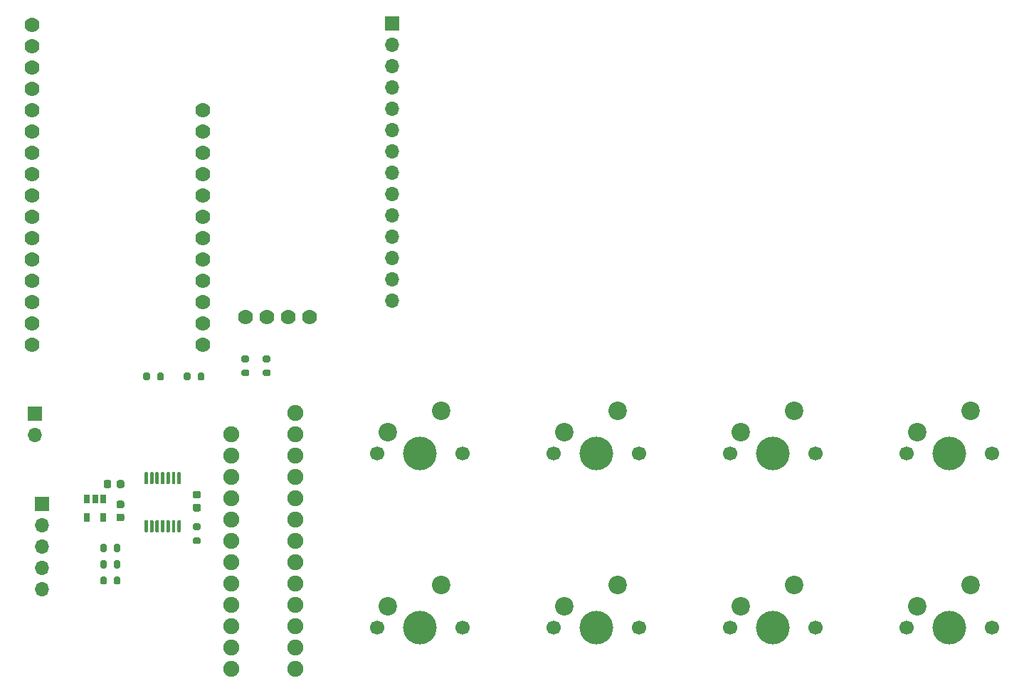
<source format=gbr>
%TF.GenerationSoftware,KiCad,Pcbnew,(5.1.9)-1*%
%TF.CreationDate,2021-03-23T20:34:14-07:00*%
%TF.ProjectId,Keyboard Proto,4b657962-6f61-4726-9420-50726f746f2e,rev?*%
%TF.SameCoordinates,Original*%
%TF.FileFunction,Soldermask,Top*%
%TF.FilePolarity,Negative*%
%FSLAX46Y46*%
G04 Gerber Fmt 4.6, Leading zero omitted, Abs format (unit mm)*
G04 Created by KiCad (PCBNEW (5.1.9)-1) date 2021-03-23 20:34:14*
%MOMM*%
%LPD*%
G01*
G04 APERTURE LIST*
%ADD10C,1.900000*%
%ADD11C,2.200000*%
%ADD12C,4.000000*%
%ADD13C,1.700000*%
%ADD14R,1.700000X1.700000*%
%ADD15O,1.700000X1.700000*%
%ADD16R,0.650000X1.060000*%
%ADD17C,1.778000*%
G04 APERTURE END LIST*
D10*
%TO.C,U4*%
X127190500Y-136144000D03*
X127190500Y-133604000D03*
X127190500Y-131064000D03*
X127190500Y-128524000D03*
X127190500Y-125984000D03*
X127190500Y-123444000D03*
X127190500Y-120904000D03*
X127190500Y-118364000D03*
X127190500Y-115824000D03*
X127190500Y-113284000D03*
X127190500Y-110744000D03*
X127190500Y-108204000D03*
X127190500Y-105664000D03*
X119570500Y-136144000D03*
X119570500Y-133604000D03*
X119570500Y-131064000D03*
X119570500Y-128524000D03*
X119570500Y-125984000D03*
X119570500Y-123444000D03*
X119570500Y-120904000D03*
X119570500Y-118364000D03*
X119570500Y-115824000D03*
X119570500Y-113284000D03*
X119570500Y-110744000D03*
X119570500Y-108204000D03*
%TD*%
%TO.C,R6*%
G36*
G01*
X106444500Y-123454750D02*
X106444500Y-124004750D01*
G75*
G02*
X106244500Y-124204750I-200000J0D01*
G01*
X105844500Y-124204750D01*
G75*
G02*
X105644500Y-124004750I0J200000D01*
G01*
X105644500Y-123454750D01*
G75*
G02*
X105844500Y-123254750I200000J0D01*
G01*
X106244500Y-123254750D01*
G75*
G02*
X106444500Y-123454750I0J-200000D01*
G01*
G37*
G36*
G01*
X104794500Y-123454750D02*
X104794500Y-124004750D01*
G75*
G02*
X104594500Y-124204750I-200000J0D01*
G01*
X104194500Y-124204750D01*
G75*
G02*
X103994500Y-124004750I0J200000D01*
G01*
X103994500Y-123454750D01*
G75*
G02*
X104194500Y-123254750I200000J0D01*
G01*
X104594500Y-123254750D01*
G75*
G02*
X104794500Y-123454750I0J-200000D01*
G01*
G37*
%TD*%
D11*
%TO.C,Q1*%
X165608000Y-105486200D03*
X159258000Y-108026200D03*
D12*
X163068000Y-110566200D03*
D13*
X157988000Y-110566200D03*
X168148000Y-110566200D03*
%TD*%
%TO.C,R7*%
G36*
G01*
X121010000Y-98851000D02*
X121560000Y-98851000D01*
G75*
G02*
X121760000Y-99051000I0J-200000D01*
G01*
X121760000Y-99451000D01*
G75*
G02*
X121560000Y-99651000I-200000J0D01*
G01*
X121010000Y-99651000D01*
G75*
G02*
X120810000Y-99451000I0J200000D01*
G01*
X120810000Y-99051000D01*
G75*
G02*
X121010000Y-98851000I200000J0D01*
G01*
G37*
G36*
G01*
X121010000Y-100501000D02*
X121560000Y-100501000D01*
G75*
G02*
X121760000Y-100701000I0J-200000D01*
G01*
X121760000Y-101101000D01*
G75*
G02*
X121560000Y-101301000I-200000J0D01*
G01*
X121010000Y-101301000D01*
G75*
G02*
X120810000Y-101101000I0J200000D01*
G01*
X120810000Y-100701000D01*
G75*
G02*
X121010000Y-100501000I200000J0D01*
G01*
G37*
%TD*%
%TO.C,R8*%
G36*
G01*
X123550000Y-100501000D02*
X124100000Y-100501000D01*
G75*
G02*
X124300000Y-100701000I0J-200000D01*
G01*
X124300000Y-101101000D01*
G75*
G02*
X124100000Y-101301000I-200000J0D01*
G01*
X123550000Y-101301000D01*
G75*
G02*
X123350000Y-101101000I0J200000D01*
G01*
X123350000Y-100701000D01*
G75*
G02*
X123550000Y-100501000I200000J0D01*
G01*
G37*
G36*
G01*
X123550000Y-98851000D02*
X124100000Y-98851000D01*
G75*
G02*
X124300000Y-99051000I0J-200000D01*
G01*
X124300000Y-99451000D01*
G75*
G02*
X124100000Y-99651000I-200000J0D01*
G01*
X123550000Y-99651000D01*
G75*
G02*
X123350000Y-99451000I0J200000D01*
G01*
X123350000Y-99051000D01*
G75*
G02*
X123550000Y-98851000I200000J0D01*
G01*
G37*
%TD*%
%TO.C,A1*%
X168148000Y-131292600D03*
X157988000Y-131292600D03*
D12*
X163068000Y-131292600D03*
D11*
X159258000Y-128752600D03*
X165608000Y-126212600D03*
%TD*%
D13*
%TO.C,D1*%
X210159600Y-131292600D03*
X199999600Y-131292600D03*
D12*
X205079600Y-131292600D03*
D11*
X201269600Y-128752600D03*
X207619600Y-126212600D03*
%TD*%
%TO.C,Shift1*%
X144602200Y-105486200D03*
X138252200Y-108026200D03*
D12*
X142062200Y-110566200D03*
D13*
X136982200Y-110566200D03*
X147142200Y-110566200D03*
%TD*%
%TO.C,Ctrl1*%
X147142200Y-131292600D03*
X136982200Y-131292600D03*
D12*
X142062200Y-131292600D03*
D11*
X138252200Y-128752600D03*
X144602200Y-126212600D03*
%TD*%
%TO.C,S1*%
X186613800Y-126212600D03*
X180263800Y-128752600D03*
D12*
X184073800Y-131292600D03*
D13*
X178993800Y-131292600D03*
X189153800Y-131292600D03*
%TD*%
D11*
%TO.C,E1*%
X207619600Y-105486200D03*
X201269600Y-108026200D03*
D12*
X205079600Y-110566200D03*
D13*
X199999600Y-110566200D03*
X210159600Y-110566200D03*
%TD*%
%TO.C,W1*%
X189153800Y-110566200D03*
X178993800Y-110566200D03*
D12*
X184073800Y-110566200D03*
D11*
X180263800Y-108026200D03*
X186613800Y-105486200D03*
%TD*%
D14*
%TO.C,J1*%
X138734800Y-59283600D03*
D15*
X138734800Y-61823600D03*
X138734800Y-64363600D03*
X138734800Y-66903600D03*
X138734800Y-69443600D03*
X138734800Y-71983600D03*
X138734800Y-74523600D03*
X138734800Y-77063600D03*
X138734800Y-79603600D03*
X138734800Y-82143600D03*
X138734800Y-84683600D03*
X138734800Y-87223600D03*
X138734800Y-89763600D03*
X138734800Y-92303600D03*
%TD*%
%TO.C,C1*%
G36*
G01*
X104439000Y-114423000D02*
X104439000Y-113923000D01*
G75*
G02*
X104664000Y-113698000I225000J0D01*
G01*
X105114000Y-113698000D01*
G75*
G02*
X105339000Y-113923000I0J-225000D01*
G01*
X105339000Y-114423000D01*
G75*
G02*
X105114000Y-114648000I-225000J0D01*
G01*
X104664000Y-114648000D01*
G75*
G02*
X104439000Y-114423000I0J225000D01*
G01*
G37*
G36*
G01*
X105989000Y-114423000D02*
X105989000Y-113923000D01*
G75*
G02*
X106214000Y-113698000I225000J0D01*
G01*
X106664000Y-113698000D01*
G75*
G02*
X106889000Y-113923000I0J-225000D01*
G01*
X106889000Y-114423000D01*
G75*
G02*
X106664000Y-114648000I-225000J0D01*
G01*
X106214000Y-114648000D01*
G75*
G02*
X105989000Y-114423000I0J225000D01*
G01*
G37*
%TD*%
%TO.C,C2*%
G36*
G01*
X106663300Y-117048400D02*
X106163300Y-117048400D01*
G75*
G02*
X105938300Y-116823400I0J225000D01*
G01*
X105938300Y-116373400D01*
G75*
G02*
X106163300Y-116148400I225000J0D01*
G01*
X106663300Y-116148400D01*
G75*
G02*
X106888300Y-116373400I0J-225000D01*
G01*
X106888300Y-116823400D01*
G75*
G02*
X106663300Y-117048400I-225000J0D01*
G01*
G37*
G36*
G01*
X106663300Y-118598400D02*
X106163300Y-118598400D01*
G75*
G02*
X105938300Y-118373400I0J225000D01*
G01*
X105938300Y-117923400D01*
G75*
G02*
X106163300Y-117698400I225000J0D01*
G01*
X106663300Y-117698400D01*
G75*
G02*
X106888300Y-117923400I0J-225000D01*
G01*
X106888300Y-118373400D01*
G75*
G02*
X106663300Y-118598400I-225000J0D01*
G01*
G37*
%TD*%
%TO.C,R1*%
G36*
G01*
X104794500Y-125391500D02*
X104794500Y-125941500D01*
G75*
G02*
X104594500Y-126141500I-200000J0D01*
G01*
X104194500Y-126141500D01*
G75*
G02*
X103994500Y-125941500I0J200000D01*
G01*
X103994500Y-125391500D01*
G75*
G02*
X104194500Y-125191500I200000J0D01*
G01*
X104594500Y-125191500D01*
G75*
G02*
X104794500Y-125391500I0J-200000D01*
G01*
G37*
G36*
G01*
X106444500Y-125391500D02*
X106444500Y-125941500D01*
G75*
G02*
X106244500Y-126141500I-200000J0D01*
G01*
X105844500Y-126141500D01*
G75*
G02*
X105644500Y-125941500I0J200000D01*
G01*
X105644500Y-125391500D01*
G75*
G02*
X105844500Y-125191500I200000J0D01*
G01*
X106244500Y-125191500D01*
G75*
G02*
X106444500Y-125391500I0J-200000D01*
G01*
G37*
%TD*%
%TO.C,R2*%
G36*
G01*
X109138000Y-101621000D02*
X109138000Y-101071000D01*
G75*
G02*
X109338000Y-100871000I200000J0D01*
G01*
X109738000Y-100871000D01*
G75*
G02*
X109938000Y-101071000I0J-200000D01*
G01*
X109938000Y-101621000D01*
G75*
G02*
X109738000Y-101821000I-200000J0D01*
G01*
X109338000Y-101821000D01*
G75*
G02*
X109138000Y-101621000I0J200000D01*
G01*
G37*
G36*
G01*
X110788000Y-101621000D02*
X110788000Y-101071000D01*
G75*
G02*
X110988000Y-100871000I200000J0D01*
G01*
X111388000Y-100871000D01*
G75*
G02*
X111588000Y-101071000I0J-200000D01*
G01*
X111588000Y-101621000D01*
G75*
G02*
X111388000Y-101821000I-200000J0D01*
G01*
X110988000Y-101821000D01*
G75*
G02*
X110788000Y-101621000I0J200000D01*
G01*
G37*
%TD*%
%TO.C,R3*%
G36*
G01*
X115781500Y-121303500D02*
X115231500Y-121303500D01*
G75*
G02*
X115031500Y-121103500I0J200000D01*
G01*
X115031500Y-120703500D01*
G75*
G02*
X115231500Y-120503500I200000J0D01*
G01*
X115781500Y-120503500D01*
G75*
G02*
X115981500Y-120703500I0J-200000D01*
G01*
X115981500Y-121103500D01*
G75*
G02*
X115781500Y-121303500I-200000J0D01*
G01*
G37*
G36*
G01*
X115781500Y-119653500D02*
X115231500Y-119653500D01*
G75*
G02*
X115031500Y-119453500I0J200000D01*
G01*
X115031500Y-119053500D01*
G75*
G02*
X115231500Y-118853500I200000J0D01*
G01*
X115781500Y-118853500D01*
G75*
G02*
X115981500Y-119053500I0J-200000D01*
G01*
X115981500Y-119453500D01*
G75*
G02*
X115781500Y-119653500I-200000J0D01*
G01*
G37*
%TD*%
%TO.C,R4*%
G36*
G01*
X114764000Y-101071000D02*
X114764000Y-101621000D01*
G75*
G02*
X114564000Y-101821000I-200000J0D01*
G01*
X114164000Y-101821000D01*
G75*
G02*
X113964000Y-101621000I0J200000D01*
G01*
X113964000Y-101071000D01*
G75*
G02*
X114164000Y-100871000I200000J0D01*
G01*
X114564000Y-100871000D01*
G75*
G02*
X114764000Y-101071000I0J-200000D01*
G01*
G37*
G36*
G01*
X116414000Y-101071000D02*
X116414000Y-101621000D01*
G75*
G02*
X116214000Y-101821000I-200000J0D01*
G01*
X115814000Y-101821000D01*
G75*
G02*
X115614000Y-101621000I0J200000D01*
G01*
X115614000Y-101071000D01*
G75*
G02*
X115814000Y-100871000I200000J0D01*
G01*
X116214000Y-100871000D01*
G75*
G02*
X116414000Y-101071000I0J-200000D01*
G01*
G37*
%TD*%
%TO.C,R5*%
G36*
G01*
X104794500Y-121518000D02*
X104794500Y-122068000D01*
G75*
G02*
X104594500Y-122268000I-200000J0D01*
G01*
X104194500Y-122268000D01*
G75*
G02*
X103994500Y-122068000I0J200000D01*
G01*
X103994500Y-121518000D01*
G75*
G02*
X104194500Y-121318000I200000J0D01*
G01*
X104594500Y-121318000D01*
G75*
G02*
X104794500Y-121518000I0J-200000D01*
G01*
G37*
G36*
G01*
X106444500Y-121518000D02*
X106444500Y-122068000D01*
G75*
G02*
X106244500Y-122268000I-200000J0D01*
G01*
X105844500Y-122268000D01*
G75*
G02*
X105644500Y-122068000I0J200000D01*
G01*
X105644500Y-121518000D01*
G75*
G02*
X105844500Y-121318000I200000J0D01*
G01*
X106244500Y-121318000D01*
G75*
G02*
X106444500Y-121518000I0J-200000D01*
G01*
G37*
%TD*%
%TO.C,U2*%
G36*
G01*
X109592500Y-119932000D02*
X109392500Y-119932000D01*
G75*
G02*
X109292500Y-119832000I0J100000D01*
G01*
X109292500Y-118557000D01*
G75*
G02*
X109392500Y-118457000I100000J0D01*
G01*
X109592500Y-118457000D01*
G75*
G02*
X109692500Y-118557000I0J-100000D01*
G01*
X109692500Y-119832000D01*
G75*
G02*
X109592500Y-119932000I-100000J0D01*
G01*
G37*
G36*
G01*
X110242500Y-119932000D02*
X110042500Y-119932000D01*
G75*
G02*
X109942500Y-119832000I0J100000D01*
G01*
X109942500Y-118557000D01*
G75*
G02*
X110042500Y-118457000I100000J0D01*
G01*
X110242500Y-118457000D01*
G75*
G02*
X110342500Y-118557000I0J-100000D01*
G01*
X110342500Y-119832000D01*
G75*
G02*
X110242500Y-119932000I-100000J0D01*
G01*
G37*
G36*
G01*
X110892500Y-119932000D02*
X110692500Y-119932000D01*
G75*
G02*
X110592500Y-119832000I0J100000D01*
G01*
X110592500Y-118557000D01*
G75*
G02*
X110692500Y-118457000I100000J0D01*
G01*
X110892500Y-118457000D01*
G75*
G02*
X110992500Y-118557000I0J-100000D01*
G01*
X110992500Y-119832000D01*
G75*
G02*
X110892500Y-119932000I-100000J0D01*
G01*
G37*
G36*
G01*
X111542500Y-119932000D02*
X111342500Y-119932000D01*
G75*
G02*
X111242500Y-119832000I0J100000D01*
G01*
X111242500Y-118557000D01*
G75*
G02*
X111342500Y-118457000I100000J0D01*
G01*
X111542500Y-118457000D01*
G75*
G02*
X111642500Y-118557000I0J-100000D01*
G01*
X111642500Y-119832000D01*
G75*
G02*
X111542500Y-119932000I-100000J0D01*
G01*
G37*
G36*
G01*
X112192500Y-119932000D02*
X111992500Y-119932000D01*
G75*
G02*
X111892500Y-119832000I0J100000D01*
G01*
X111892500Y-118557000D01*
G75*
G02*
X111992500Y-118457000I100000J0D01*
G01*
X112192500Y-118457000D01*
G75*
G02*
X112292500Y-118557000I0J-100000D01*
G01*
X112292500Y-119832000D01*
G75*
G02*
X112192500Y-119932000I-100000J0D01*
G01*
G37*
G36*
G01*
X112842500Y-119932000D02*
X112642500Y-119932000D01*
G75*
G02*
X112542500Y-119832000I0J100000D01*
G01*
X112542500Y-118557000D01*
G75*
G02*
X112642500Y-118457000I100000J0D01*
G01*
X112842500Y-118457000D01*
G75*
G02*
X112942500Y-118557000I0J-100000D01*
G01*
X112942500Y-119832000D01*
G75*
G02*
X112842500Y-119932000I-100000J0D01*
G01*
G37*
G36*
G01*
X113492500Y-119932000D02*
X113292500Y-119932000D01*
G75*
G02*
X113192500Y-119832000I0J100000D01*
G01*
X113192500Y-118557000D01*
G75*
G02*
X113292500Y-118457000I100000J0D01*
G01*
X113492500Y-118457000D01*
G75*
G02*
X113592500Y-118557000I0J-100000D01*
G01*
X113592500Y-119832000D01*
G75*
G02*
X113492500Y-119932000I-100000J0D01*
G01*
G37*
G36*
G01*
X113492500Y-114207000D02*
X113292500Y-114207000D01*
G75*
G02*
X113192500Y-114107000I0J100000D01*
G01*
X113192500Y-112832000D01*
G75*
G02*
X113292500Y-112732000I100000J0D01*
G01*
X113492500Y-112732000D01*
G75*
G02*
X113592500Y-112832000I0J-100000D01*
G01*
X113592500Y-114107000D01*
G75*
G02*
X113492500Y-114207000I-100000J0D01*
G01*
G37*
G36*
G01*
X112842500Y-114207000D02*
X112642500Y-114207000D01*
G75*
G02*
X112542500Y-114107000I0J100000D01*
G01*
X112542500Y-112832000D01*
G75*
G02*
X112642500Y-112732000I100000J0D01*
G01*
X112842500Y-112732000D01*
G75*
G02*
X112942500Y-112832000I0J-100000D01*
G01*
X112942500Y-114107000D01*
G75*
G02*
X112842500Y-114207000I-100000J0D01*
G01*
G37*
G36*
G01*
X112192500Y-114207000D02*
X111992500Y-114207000D01*
G75*
G02*
X111892500Y-114107000I0J100000D01*
G01*
X111892500Y-112832000D01*
G75*
G02*
X111992500Y-112732000I100000J0D01*
G01*
X112192500Y-112732000D01*
G75*
G02*
X112292500Y-112832000I0J-100000D01*
G01*
X112292500Y-114107000D01*
G75*
G02*
X112192500Y-114207000I-100000J0D01*
G01*
G37*
G36*
G01*
X111542500Y-114207000D02*
X111342500Y-114207000D01*
G75*
G02*
X111242500Y-114107000I0J100000D01*
G01*
X111242500Y-112832000D01*
G75*
G02*
X111342500Y-112732000I100000J0D01*
G01*
X111542500Y-112732000D01*
G75*
G02*
X111642500Y-112832000I0J-100000D01*
G01*
X111642500Y-114107000D01*
G75*
G02*
X111542500Y-114207000I-100000J0D01*
G01*
G37*
G36*
G01*
X110892500Y-114207000D02*
X110692500Y-114207000D01*
G75*
G02*
X110592500Y-114107000I0J100000D01*
G01*
X110592500Y-112832000D01*
G75*
G02*
X110692500Y-112732000I100000J0D01*
G01*
X110892500Y-112732000D01*
G75*
G02*
X110992500Y-112832000I0J-100000D01*
G01*
X110992500Y-114107000D01*
G75*
G02*
X110892500Y-114207000I-100000J0D01*
G01*
G37*
G36*
G01*
X110242500Y-114207000D02*
X110042500Y-114207000D01*
G75*
G02*
X109942500Y-114107000I0J100000D01*
G01*
X109942500Y-112832000D01*
G75*
G02*
X110042500Y-112732000I100000J0D01*
G01*
X110242500Y-112732000D01*
G75*
G02*
X110342500Y-112832000I0J-100000D01*
G01*
X110342500Y-114107000D01*
G75*
G02*
X110242500Y-114207000I-100000J0D01*
G01*
G37*
G36*
G01*
X109592500Y-114207000D02*
X109392500Y-114207000D01*
G75*
G02*
X109292500Y-114107000I0J100000D01*
G01*
X109292500Y-112832000D01*
G75*
G02*
X109392500Y-112732000I100000J0D01*
G01*
X109592500Y-112732000D01*
G75*
G02*
X109692500Y-112832000I0J-100000D01*
G01*
X109692500Y-114107000D01*
G75*
G02*
X109592500Y-114207000I-100000J0D01*
G01*
G37*
%TD*%
D16*
%TO.C,U3*%
X104353400Y-115943200D03*
X103403400Y-115943200D03*
X102453400Y-115943200D03*
X102453400Y-118143200D03*
X104353400Y-118143200D03*
%TD*%
D14*
%TO.C,J2*%
X96215200Y-105752900D03*
D15*
X96215200Y-108292900D03*
%TD*%
D14*
%TO.C,J3*%
X97104200Y-116535200D03*
D15*
X97104200Y-119075200D03*
X97104200Y-121615200D03*
X97104200Y-124155200D03*
X97104200Y-126695200D03*
%TD*%
D17*
%TO.C,U1*%
X121285000Y-94234000D03*
X123825000Y-94234000D03*
X126365000Y-94234000D03*
X128905000Y-94234000D03*
%TD*%
%TO.C,U5*%
X116205000Y-97536000D03*
X116205000Y-94996000D03*
X116205000Y-92456000D03*
X116205000Y-89916000D03*
X116205000Y-87376000D03*
X116205000Y-84836000D03*
X116205000Y-82296000D03*
X116205000Y-79756000D03*
X116205000Y-77216000D03*
X116205000Y-74676000D03*
X116205000Y-72136000D03*
X116205000Y-69596000D03*
X95885000Y-97536000D03*
X95885000Y-94996000D03*
X95885000Y-92456000D03*
X95885000Y-89916000D03*
X95885000Y-87376000D03*
X95885000Y-84836000D03*
X95885000Y-82296000D03*
X95885000Y-79756000D03*
X95885000Y-77216000D03*
X95885000Y-74676000D03*
X95885000Y-72136000D03*
X95885000Y-69596000D03*
X95885000Y-67056000D03*
X95885000Y-64516000D03*
X95885000Y-61976000D03*
X95885000Y-59436000D03*
%TD*%
%TO.C,C3*%
G36*
G01*
X115256500Y-114993000D02*
X115756500Y-114993000D01*
G75*
G02*
X115981500Y-115218000I0J-225000D01*
G01*
X115981500Y-115668000D01*
G75*
G02*
X115756500Y-115893000I-225000J0D01*
G01*
X115256500Y-115893000D01*
G75*
G02*
X115031500Y-115668000I0J225000D01*
G01*
X115031500Y-115218000D01*
G75*
G02*
X115256500Y-114993000I225000J0D01*
G01*
G37*
G36*
G01*
X115256500Y-116543000D02*
X115756500Y-116543000D01*
G75*
G02*
X115981500Y-116768000I0J-225000D01*
G01*
X115981500Y-117218000D01*
G75*
G02*
X115756500Y-117443000I-225000J0D01*
G01*
X115256500Y-117443000D01*
G75*
G02*
X115031500Y-117218000I0J225000D01*
G01*
X115031500Y-116768000D01*
G75*
G02*
X115256500Y-116543000I225000J0D01*
G01*
G37*
%TD*%
M02*

</source>
